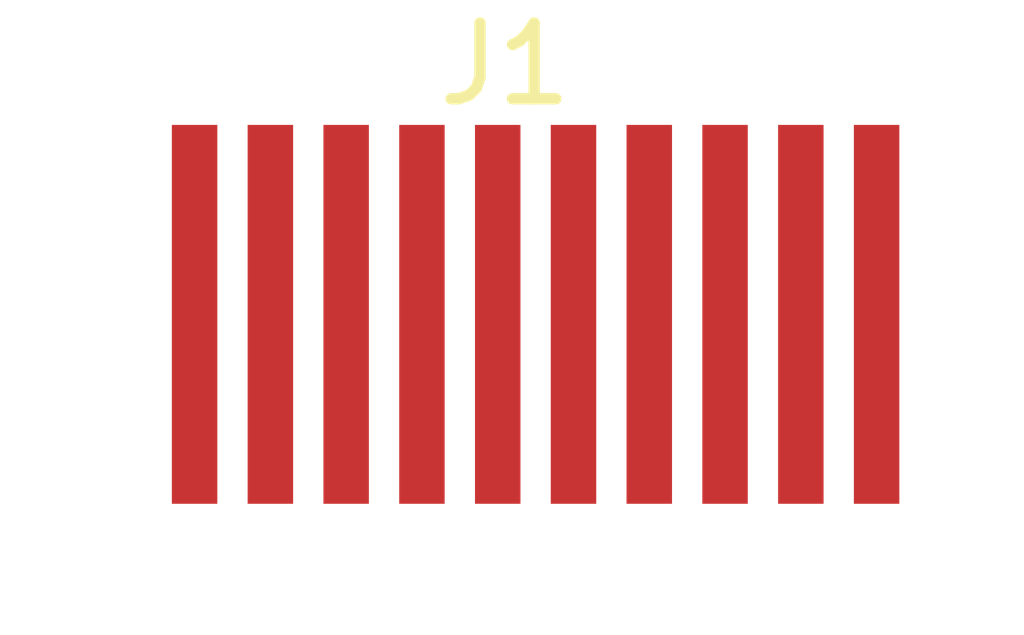
<source format=kicad_pcb>
(kicad_pcb (version 20171130) (host pcbnew 5.1.8-5.1.8)

  (general
    (thickness 1.6)
    (drawings 0)
    (tracks 0)
    (zones 0)
    (modules 1)
    (nets 11)
  )

  (page A4)
  (layers
    (0 F.Cu signal)
    (31 B.Cu signal)
    (32 B.Adhes user)
    (33 F.Adhes user)
    (34 B.Paste user)
    (35 F.Paste user)
    (36 B.SilkS user)
    (37 F.SilkS user)
    (38 B.Mask user)
    (39 F.Mask user)
    (40 Dwgs.User user)
    (41 Cmts.User user)
    (42 Eco1.User user)
    (43 Eco2.User user)
    (44 Edge.Cuts user)
    (45 Margin user)
    (46 B.CrtYd user)
    (47 F.CrtYd user)
    (48 B.Fab user)
    (49 F.Fab user)
  )

  (setup
    (last_trace_width 0.25)
    (trace_clearance 0.2)
    (zone_clearance 0.508)
    (zone_45_only no)
    (trace_min 0.2)
    (via_size 0.8)
    (via_drill 0.4)
    (via_min_size 0.4)
    (via_min_drill 0.3)
    (uvia_size 0.3)
    (uvia_drill 0.1)
    (uvias_allowed no)
    (uvia_min_size 0.2)
    (uvia_min_drill 0.1)
    (edge_width 0.05)
    (segment_width 0.2)
    (pcb_text_width 0.3)
    (pcb_text_size 1.5 1.5)
    (mod_edge_width 0.12)
    (mod_text_size 1 1)
    (mod_text_width 0.15)
    (pad_size 1.524 1.524)
    (pad_drill 0.762)
    (pad_to_mask_clearance 0)
    (aux_axis_origin 0 0)
    (visible_elements FFFFFF7F)
    (pcbplotparams
      (layerselection 0x010fc_ffffffff)
      (usegerberextensions false)
      (usegerberattributes true)
      (usegerberadvancedattributes true)
      (creategerberjobfile true)
      (excludeedgelayer true)
      (linewidth 0.100000)
      (plotframeref false)
      (viasonmask false)
      (mode 1)
      (useauxorigin false)
      (hpglpennumber 1)
      (hpglpenspeed 20)
      (hpglpendiameter 15.000000)
      (psnegative false)
      (psa4output false)
      (plotreference true)
      (plotvalue true)
      (plotinvisibletext false)
      (padsonsilk false)
      (subtractmaskfromsilk false)
      (outputformat 1)
      (mirror false)
      (drillshape 1)
      (scaleselection 1)
      (outputdirectory ""))
  )

  (net 0 "")
  (net 1 "Net-(J1-Pad10)")
  (net 2 "Net-(J1-Pad9)")
  (net 3 "Net-(J1-Pad8)")
  (net 4 "Net-(J1-Pad7)")
  (net 5 "Net-(J1-Pad6)")
  (net 6 "Net-(J1-Pad5)")
  (net 7 "Net-(J1-Pad4)")
  (net 8 "Net-(J1-Pad3)")
  (net 9 "Net-(J1-Pad2)")
  (net 10 "Net-(J1-Pad1)")

  (net_class Default "This is the default net class."
    (clearance 0.2)
    (trace_width 0.25)
    (via_dia 0.8)
    (via_drill 0.4)
    (uvia_dia 0.3)
    (uvia_drill 0.1)
    (add_net "Net-(J1-Pad1)")
    (add_net "Net-(J1-Pad10)")
    (add_net "Net-(J1-Pad2)")
    (add_net "Net-(J1-Pad3)")
    (add_net "Net-(J1-Pad4)")
    (add_net "Net-(J1-Pad5)")
    (add_net "Net-(J1-Pad6)")
    (add_net "Net-(J1-Pad7)")
    (add_net "Net-(J1-Pad8)")
    (add_net "Net-(J1-Pad9)")
  )

  (module Connector_FFC-FPC:FPC_10_1.0mm (layer F.Cu) (tedit 62923E19) (tstamp 62DC21F0)
    (at 132 77)
    (path /62DBC8E0)
    (fp_text reference J1 (at 3.4 -2.7) (layer F.SilkS)
      (effects (font (size 1 1) (thickness 0.15)))
    )
    (fp_text value Conn_01x10_Male (at 3.5 4) (layer F.Fab)
      (effects (font (size 1 1) (thickness 0.15)))
    )
    (pad 10 smd custom (at 8.3 0.6) (size 0.6 5) (layers F.Cu F.Paste F.Mask)
      (net 1 "Net-(J1-Pad10)") (zone_connect 0)
      (options (clearance outline) (anchor rect))
      (primitives
      ))
    (pad 9 smd custom (at 7.3 0.6) (size 0.6 5) (layers F.Cu F.Paste F.Mask)
      (net 2 "Net-(J1-Pad9)") (zone_connect 0)
      (options (clearance outline) (anchor rect))
      (primitives
      ))
    (pad 8 smd custom (at 6.3 0.6) (size 0.6 5) (layers F.Cu F.Paste F.Mask)
      (net 3 "Net-(J1-Pad8)") (zone_connect 0)
      (options (clearance outline) (anchor rect))
      (primitives
      ))
    (pad 7 smd custom (at 5.3 0.6) (size 0.6 5) (layers F.Cu F.Paste F.Mask)
      (net 4 "Net-(J1-Pad7)") (zone_connect 0)
      (options (clearance outline) (anchor rect))
      (primitives
      ))
    (pad 6 smd custom (at 4.3 0.6) (size 0.6 5) (layers F.Cu F.Paste F.Mask)
      (net 5 "Net-(J1-Pad6)") (zone_connect 0)
      (options (clearance outline) (anchor rect))
      (primitives
      ))
    (pad 5 smd custom (at 3.3 0.6) (size 0.6 5) (layers F.Cu F.Paste F.Mask)
      (net 6 "Net-(J1-Pad5)") (zone_connect 0)
      (options (clearance outline) (anchor rect))
      (primitives
      ))
    (pad 4 smd custom (at 2.3 0.6) (size 0.6 5) (layers F.Cu F.Paste F.Mask)
      (net 7 "Net-(J1-Pad4)") (zone_connect 0)
      (options (clearance outline) (anchor rect))
      (primitives
      ))
    (pad 3 smd custom (at 1.3 0.6) (size 0.6 5) (layers F.Cu F.Paste F.Mask)
      (net 8 "Net-(J1-Pad3)") (zone_connect 0)
      (options (clearance outline) (anchor rect))
      (primitives
      ))
    (pad 2 smd custom (at 0.3 0.6) (size 0.6 5) (layers F.Cu F.Paste F.Mask)
      (net 9 "Net-(J1-Pad2)") (zone_connect 0)
      (options (clearance outline) (anchor rect))
      (primitives
      ))
    (pad 1 smd custom (at -0.7 0.6) (size 0.6 5) (layers F.Cu F.Paste F.Mask)
      (net 10 "Net-(J1-Pad1)") (zone_connect 0)
      (options (clearance outline) (anchor rect))
      (primitives
      ))
  )

)

</source>
